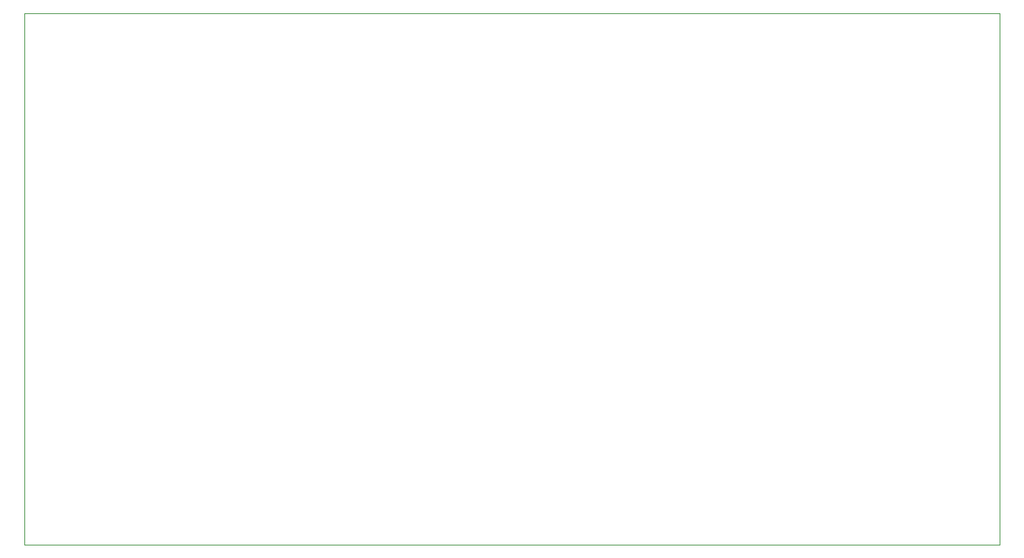
<source format=gbr>
%TF.GenerationSoftware,KiCad,Pcbnew,(5.1.6-0-10_14)*%
%TF.CreationDate,2021-01-13T12:07:43-08:00*%
%TF.ProjectId,temperatureController,74656d70-6572-4617-9475-7265436f6e74,rev?*%
%TF.SameCoordinates,Original*%
%TF.FileFunction,Profile,NP*%
%FSLAX46Y46*%
G04 Gerber Fmt 4.6, Leading zero omitted, Abs format (unit mm)*
G04 Created by KiCad (PCBNEW (5.1.6-0-10_14)) date 2021-01-13 12:07:43*
%MOMM*%
%LPD*%
G01*
G04 APERTURE LIST*
%TA.AperFunction,Profile*%
%ADD10C,0.050000*%
%TD*%
G04 APERTURE END LIST*
D10*
X119380000Y-118110000D02*
X119380000Y-57150000D01*
X231140000Y-118110000D02*
X119380000Y-118110000D01*
X231140000Y-57150000D02*
X231140000Y-118110000D01*
X119380000Y-57150000D02*
X231140000Y-57150000D01*
M02*

</source>
